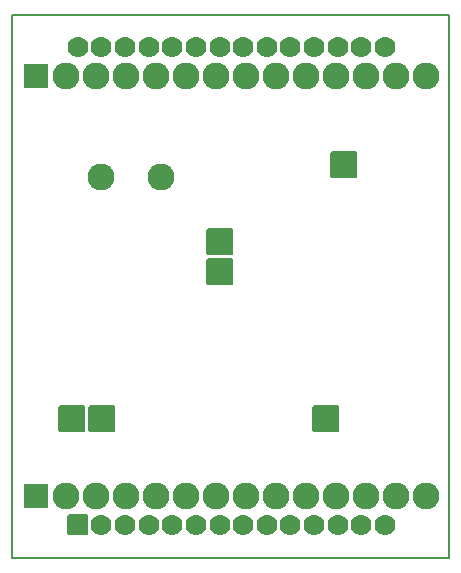
<source format=gbr>
G04 PROTEUS RS274X GERBER FILE*
%FSLAX45Y45*%
%MOMM*%
G01*
%AMPPAD020*
4,1,36,
-0.762000,0.889000,
0.762000,0.889000,
0.787970,0.886470,
0.811980,0.879200,
0.833580,0.867650,
0.852290,0.852290,
0.867650,0.833570,
0.879200,0.811980,
0.886470,0.787970,
0.889000,0.762000,
0.889000,-0.762000,
0.886470,-0.787970,
0.879200,-0.811980,
0.867650,-0.833570,
0.852290,-0.852290,
0.833580,-0.867650,
0.811980,-0.879200,
0.787970,-0.886470,
0.762000,-0.889000,
-0.762000,-0.889000,
-0.787970,-0.886470,
-0.811980,-0.879200,
-0.833580,-0.867650,
-0.852290,-0.852290,
-0.867650,-0.833570,
-0.879200,-0.811980,
-0.886470,-0.787970,
-0.889000,-0.762000,
-0.889000,0.762000,
-0.886470,0.787970,
-0.879200,0.811980,
-0.867650,0.833570,
-0.852290,0.852290,
-0.833580,0.867650,
-0.811980,0.879200,
-0.787970,0.886470,
-0.762000,0.889000,
0*%
%ADD28PPAD020*%
%ADD29C,1.778000*%
%ADD31C,2.286000*%
%AMPPAD028*
4,1,36,
-1.016000,1.143000,
1.016000,1.143000,
1.041970,1.140470,
1.065980,1.133200,
1.087580,1.121650,
1.106290,1.106290,
1.121650,1.087570,
1.133200,1.065980,
1.140470,1.041970,
1.143000,1.016000,
1.143000,-1.016000,
1.140470,-1.041970,
1.133200,-1.065980,
1.121650,-1.087570,
1.106290,-1.106290,
1.087580,-1.121650,
1.065980,-1.133200,
1.041970,-1.140470,
1.016000,-1.143000,
-1.016000,-1.143000,
-1.041970,-1.140470,
-1.065980,-1.133200,
-1.087580,-1.121650,
-1.106290,-1.106290,
-1.121650,-1.087570,
-1.133200,-1.065980,
-1.140470,-1.041970,
-1.143000,-1.016000,
-1.143000,1.016000,
-1.140470,1.041970,
-1.133200,1.065980,
-1.121650,1.087570,
-1.106290,1.106290,
-1.087580,1.121650,
-1.065980,1.133200,
-1.041970,1.140470,
-1.016000,1.143000,
0*%
%ADD34PPAD028*%
%AMPPAD030*
4,1,4,
-1.016000,1.016000,
1.016000,1.016000,
1.016000,-1.016000,
-1.016000,-1.016000,
-1.016000,1.016000,
0*%
%ADD36PPAD030*%
%AMPPAD032*
4,1,36,
1.143000,1.016000,
1.143000,-1.016000,
1.140470,-1.041970,
1.133200,-1.065980,
1.121650,-1.087580,
1.106290,-1.106290,
1.087570,-1.121650,
1.065980,-1.133200,
1.041970,-1.140470,
1.016000,-1.143000,
-1.016000,-1.143000,
-1.041970,-1.140470,
-1.065980,-1.133200,
-1.087570,-1.121650,
-1.106290,-1.106290,
-1.121650,-1.087580,
-1.133200,-1.065980,
-1.140470,-1.041970,
-1.143000,-1.016000,
-1.143000,1.016000,
-1.140470,1.041970,
-1.133200,1.065980,
-1.121650,1.087580,
-1.106290,1.106290,
-1.087570,1.121650,
-1.065980,1.133200,
-1.041970,1.140470,
-1.016000,1.143000,
1.016000,1.143000,
1.041970,1.140470,
1.065980,1.133200,
1.087570,1.121650,
1.106290,1.106290,
1.121650,1.087580,
1.133200,1.065980,
1.140470,1.041970,
1.143000,1.016000,
0*%
%ADD38PPAD032*%
%ADD23C,0.203200*%
D28*
X+555772Y-4320772D03*
D29*
X+555772Y-270772D03*
X+755772Y-4320772D03*
X+755772Y-270772D03*
X+955772Y-4320772D03*
X+955772Y-270772D03*
X+1155772Y-4320772D03*
X+1155772Y-270772D03*
X+1355772Y-4320772D03*
X+1355772Y-270772D03*
X+1555772Y-4320772D03*
X+1555772Y-270772D03*
X+1755772Y-4320772D03*
X+1755772Y-270772D03*
X+1955772Y-4320772D03*
X+1955772Y-270772D03*
X+2155772Y-4320772D03*
X+2155772Y-270772D03*
X+2355772Y-4320772D03*
X+2355772Y-270772D03*
X+2555772Y-4320772D03*
X+2555772Y-270772D03*
X+2755772Y-4320772D03*
X+2755772Y-270772D03*
X+2955772Y-4320772D03*
X+2955772Y-270772D03*
X+3155772Y-4320772D03*
X+3155772Y-270772D03*
D31*
X+747772Y-1370772D03*
X+1255772Y-1370772D03*
D34*
X+2805772Y-1270772D03*
X+2655772Y-3420772D03*
D36*
X+205772Y-520772D03*
D31*
X+459772Y-520772D03*
X+713772Y-520772D03*
X+967772Y-520772D03*
X+1221772Y-520772D03*
X+1475772Y-520772D03*
X+1729772Y-520772D03*
X+1983772Y-520772D03*
X+2237772Y-520772D03*
X+2491772Y-520772D03*
X+2745772Y-520772D03*
X+2999772Y-520772D03*
X+3253772Y-520772D03*
X+3507772Y-520772D03*
D36*
X+205772Y-4070772D03*
D31*
X+459772Y-4070772D03*
X+713772Y-4070772D03*
X+967772Y-4070772D03*
X+1221772Y-4070772D03*
X+1475772Y-4070772D03*
X+1729772Y-4070772D03*
X+1983772Y-4070772D03*
X+2237772Y-4070772D03*
X+2491772Y-4070772D03*
X+2745772Y-4070772D03*
X+2999772Y-4070772D03*
X+3253772Y-4070772D03*
X+3507772Y-4070772D03*
D34*
X+505772Y-3420772D03*
X+759772Y-3420772D03*
D38*
X+1755772Y-1920772D03*
X+1755772Y-2174772D03*
D23*
X+0Y-4600000D02*
X+3700000Y-4600000D01*
X+3700000Y+0D01*
X+0Y+0D01*
X+0Y-4600000D01*
M02*

</source>
